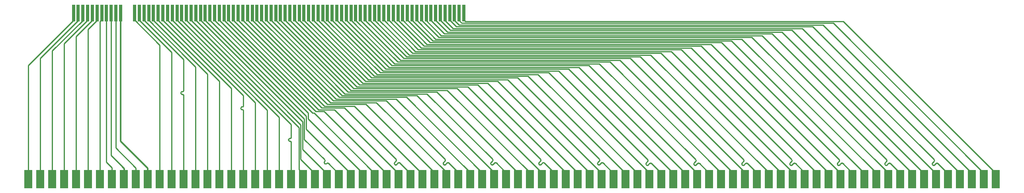
<source format=gtl>
%TF.GenerationSoftware,KiCad,Pcbnew,5.1.6*%
%TF.CreationDate,2020-09-14T21:31:35+02:00*%
%TF.ProjectId,PCIe-pin-header-adapter,50434965-2d70-4696-9e2d-686561646572,rev?*%
%TF.SameCoordinates,Original*%
%TF.FileFunction,Copper,L1,Top*%
%TF.FilePolarity,Positive*%
%FSLAX46Y46*%
G04 Gerber Fmt 4.6, Leading zero omitted, Abs format (unit mm)*
G04 Created by KiCad (PCBNEW 5.1.6) date 2020-09-14 21:31:35*
%MOMM*%
%LPD*%
G01*
G04 APERTURE LIST*
%TA.AperFunction,SMDPad,CuDef*%
%ADD10R,0.700000X3.600000*%
%TD*%
%TA.AperFunction,SMDPad,CuDef*%
%ADD11R,1.700000X4.000000*%
%TD*%
%TA.AperFunction,Conductor*%
%ADD12C,0.250000*%
%TD*%
G04 APERTURE END LIST*
D10*
%TO.P,J4,A82*%
%TO.N,Net-(J3-Pad1)*%
X107840000Y-83900000D03*
%TO.P,J4,A81*%
%TO.N,Net-(J3-Pad2)*%
X106840000Y-83900000D03*
%TO.P,J4,A80*%
%TO.N,Net-(J2-Pad1)*%
X105840000Y-83900000D03*
%TO.P,J4,A79*%
%TO.N,Net-(J2-Pad2)*%
X104840000Y-83900000D03*
%TO.P,J4,A78*%
%TO.N,Net-(J2-Pad3)*%
X103840000Y-83900000D03*
%TO.P,J4,A77*%
%TO.N,Net-(J2-Pad4)*%
X102840000Y-83900000D03*
%TO.P,J4,A76*%
%TO.N,Net-(J2-Pad5)*%
X101840000Y-83900000D03*
%TO.P,J4,A75*%
%TO.N,Net-(J2-Pad6)*%
X100840000Y-83900000D03*
%TO.P,J4,A74*%
%TO.N,Net-(J2-Pad7)*%
X99840000Y-83900000D03*
%TO.P,J4,A73*%
%TO.N,Net-(J2-Pad8)*%
X98840000Y-83900000D03*
%TO.P,J4,A72*%
%TO.N,Net-(J2-Pad9)*%
X97840000Y-83900000D03*
%TO.P,J4,A71*%
%TO.N,Net-(J2-Pad10)*%
X96840000Y-83900000D03*
%TO.P,J4,A70*%
%TO.N,Net-(J2-Pad11)*%
X95840000Y-83900000D03*
%TO.P,J4,A69*%
%TO.N,Net-(J2-Pad12)*%
X94840000Y-83900000D03*
%TO.P,J4,A68*%
%TO.N,Net-(J2-Pad13)*%
X93840000Y-83900000D03*
%TO.P,J4,A67*%
%TO.N,Net-(J2-Pad14)*%
X92840000Y-83900000D03*
%TO.P,J4,A66*%
%TO.N,Net-(J2-Pad15)*%
X91840000Y-83900000D03*
%TO.P,J4,A65*%
%TO.N,Net-(J2-Pad16)*%
X90840000Y-83900000D03*
%TO.P,J4,A64*%
%TO.N,Net-(J2-Pad17)*%
X89840000Y-83900000D03*
%TO.P,J4,A63*%
%TO.N,Net-(J2-Pad18)*%
X88840000Y-83900000D03*
%TO.P,J4,A62*%
%TO.N,Net-(J2-Pad19)*%
X87840000Y-83900000D03*
%TO.P,J4,A61*%
%TO.N,Net-(J2-Pad20)*%
X86840000Y-83900000D03*
%TO.P,J4,A60*%
%TO.N,Net-(J2-Pad21)*%
X85840000Y-83900000D03*
%TO.P,J4,A59*%
%TO.N,Net-(J2-Pad22)*%
X84840000Y-83900000D03*
%TO.P,J4,A58*%
%TO.N,Net-(J2-Pad23)*%
X83840000Y-83900000D03*
%TO.P,J4,A57*%
%TO.N,Net-(J2-Pad24)*%
X82840000Y-83900000D03*
%TO.P,J4,A56*%
%TO.N,Net-(J2-Pad25)*%
X81840000Y-83900000D03*
%TO.P,J4,A55*%
%TO.N,Net-(J2-Pad26)*%
X80840000Y-83900000D03*
%TO.P,J4,A54*%
%TO.N,Net-(J2-Pad27)*%
X79840000Y-83900000D03*
%TO.P,J4,A53*%
%TO.N,Net-(J2-Pad28)*%
X78840000Y-83900000D03*
%TO.P,J4,A52*%
%TO.N,Net-(J2-Pad29)*%
X77840000Y-83900000D03*
%TO.P,J4,A51*%
%TO.N,Net-(J2-Pad30)*%
X76840000Y-83900000D03*
%TO.P,J4,A50*%
%TO.N,Net-(J2-Pad31)*%
X75840000Y-83900000D03*
%TO.P,J4,A49*%
%TO.N,Net-(J2-Pad32)*%
X74840000Y-83900000D03*
%TO.P,J4,A48*%
%TO.N,Net-(J2-Pad33)*%
X73840000Y-83900000D03*
%TO.P,J4,A47*%
%TO.N,Net-(J2-Pad34)*%
X72840000Y-83900000D03*
%TO.P,J4,A46*%
%TO.N,Net-(J2-Pad35)*%
X71840000Y-83900000D03*
%TO.P,J4,A45*%
%TO.N,Net-(J2-Pad36)*%
X70840000Y-83900000D03*
%TO.P,J4,A44*%
%TO.N,Net-(J2-Pad37)*%
X69840000Y-83900000D03*
%TO.P,J4,A43*%
%TO.N,Net-(J2-Pad38)*%
X68840000Y-83900000D03*
%TO.P,J4,A42*%
%TO.N,Net-(J2-Pad39)*%
X67840000Y-83900000D03*
%TO.P,J4,A41*%
%TO.N,Net-(J2-Pad40)*%
X66840000Y-83900000D03*
%TO.P,J4,A40*%
%TO.N,Net-(J1-Pad1)*%
X65840000Y-83900000D03*
%TO.P,J4,A39*%
%TO.N,Net-(J1-Pad2)*%
X64840000Y-83900000D03*
%TO.P,J4,A38*%
%TO.N,Net-(J1-Pad3)*%
X63840000Y-83900000D03*
%TO.P,J4,A37*%
%TO.N,Net-(J1-Pad4)*%
X62840000Y-83900000D03*
%TO.P,J4,A36*%
%TO.N,Net-(J1-Pad5)*%
X61840000Y-83900000D03*
%TO.P,J4,A35*%
%TO.N,Net-(J1-Pad6)*%
X60840000Y-83900000D03*
%TO.P,J4,A34*%
%TO.N,Net-(J1-Pad7)*%
X59840000Y-83900000D03*
%TO.P,J4,A33*%
%TO.N,Net-(J1-Pad8)*%
X58840000Y-83900000D03*
%TO.P,J4,A32*%
%TO.N,Net-(J1-Pad9)*%
X57840000Y-83900000D03*
%TO.P,J4,A31*%
%TO.N,Net-(J1-Pad10)*%
X56840000Y-83900000D03*
%TO.P,J4,A30*%
%TO.N,Net-(J1-Pad11)*%
X55840000Y-83900000D03*
%TO.P,J4,A29*%
%TO.N,Net-(J1-Pad12)*%
X54840000Y-83900000D03*
%TO.P,J4,A28*%
%TO.N,Net-(J1-Pad13)*%
X53840000Y-83900000D03*
%TO.P,J4,A27*%
%TO.N,Net-(J1-Pad14)*%
X52840000Y-83900000D03*
%TO.P,J4,A26*%
%TO.N,Net-(J1-Pad15)*%
X51840000Y-83900000D03*
%TO.P,J4,A25*%
%TO.N,Net-(J1-Pad16)*%
X50840000Y-83900000D03*
%TO.P,J4,A24*%
%TO.N,Net-(J1-Pad17)*%
X49840000Y-83900000D03*
%TO.P,J4,A23*%
%TO.N,Net-(J1-Pad18)*%
X48840000Y-83900000D03*
%TO.P,J4,A22*%
%TO.N,Net-(J1-Pad19)*%
X47840000Y-83900000D03*
%TO.P,J4,A21*%
%TO.N,Net-(J1-Pad20)*%
X46840000Y-83900000D03*
%TO.P,J4,A20*%
%TO.N,Net-(J1-Pad21)*%
X45840000Y-83900000D03*
%TO.P,J4,A19*%
%TO.N,Net-(J1-Pad22)*%
X44840000Y-83900000D03*
%TO.P,J4,A18*%
%TO.N,Net-(J1-Pad23)*%
X43840000Y-83900000D03*
%TO.P,J4,A17*%
%TO.N,Net-(J1-Pad24)*%
X42840000Y-83900000D03*
%TO.P,J4,A16*%
%TO.N,Net-(J1-Pad25)*%
X41840000Y-83900000D03*
%TO.P,J4,A15*%
%TO.N,Net-(J1-Pad26)*%
X40840000Y-83900000D03*
%TO.P,J4,A14*%
%TO.N,Net-(J1-Pad27)*%
X39840000Y-83900000D03*
%TO.P,J4,A13*%
%TO.N,Net-(J1-Pad28)*%
X38840000Y-83900000D03*
%TO.P,J4,A12*%
%TO.N,Net-(J1-Pad29)*%
X37840000Y-83900000D03*
%TO.P,J4,A11*%
%TO.N,Net-(J1-Pad30)*%
X34840000Y-83900000D03*
%TO.P,J4,A10*%
%TO.N,Net-(J1-Pad31)*%
X33840000Y-83900000D03*
%TO.P,J4,A9*%
%TO.N,Net-(J1-Pad32)*%
X32840000Y-83900000D03*
%TO.P,J4,A8*%
%TO.N,Net-(J1-Pad33)*%
X31840000Y-83900000D03*
%TO.P,J4,A7*%
%TO.N,Net-(J1-Pad34)*%
X30840000Y-83900000D03*
%TO.P,J4,A6*%
%TO.N,Net-(J1-Pad35)*%
X29840000Y-83900000D03*
%TO.P,J4,A5*%
%TO.N,Net-(J1-Pad36)*%
X28840000Y-83900000D03*
%TO.P,J4,A4*%
%TO.N,Net-(J1-Pad37)*%
X27840000Y-83900000D03*
%TO.P,J4,A3*%
%TO.N,Net-(J1-Pad38)*%
X26840000Y-83900000D03*
%TO.P,J4,A2*%
%TO.N,Net-(J1-Pad39)*%
X25840000Y-83900000D03*
%TO.P,J4,A1*%
%TO.N,Net-(J1-Pad40)*%
X24840000Y-83900000D03*
%TD*%
D11*
%TO.P,J3,2*%
%TO.N,Net-(J3-Pad2)*%
X218440000Y-119380000D03*
%TO.P,J3,1*%
%TO.N,Net-(J3-Pad1)*%
X220980000Y-119380000D03*
%TD*%
%TO.P,J2,40*%
%TO.N,Net-(J2-Pad40)*%
X116840000Y-119380000D03*
%TO.P,J2,39*%
%TO.N,Net-(J2-Pad39)*%
X119380000Y-119380000D03*
%TO.P,J2,38*%
%TO.N,Net-(J2-Pad38)*%
X121920000Y-119380000D03*
%TO.P,J2,37*%
%TO.N,Net-(J2-Pad37)*%
X124460000Y-119380000D03*
%TO.P,J2,36*%
%TO.N,Net-(J2-Pad36)*%
X127000000Y-119380000D03*
%TO.P,J2,35*%
%TO.N,Net-(J2-Pad35)*%
X129540000Y-119380000D03*
%TO.P,J2,34*%
%TO.N,Net-(J2-Pad34)*%
X132080000Y-119380000D03*
%TO.P,J2,33*%
%TO.N,Net-(J2-Pad33)*%
X134620000Y-119380000D03*
%TO.P,J2,32*%
%TO.N,Net-(J2-Pad32)*%
X137160000Y-119380000D03*
%TO.P,J2,31*%
%TO.N,Net-(J2-Pad31)*%
X139700000Y-119380000D03*
%TO.P,J2,30*%
%TO.N,Net-(J2-Pad30)*%
X142240000Y-119380000D03*
%TO.P,J2,29*%
%TO.N,Net-(J2-Pad29)*%
X144780000Y-119380000D03*
%TO.P,J2,28*%
%TO.N,Net-(J2-Pad28)*%
X147320000Y-119380000D03*
%TO.P,J2,27*%
%TO.N,Net-(J2-Pad27)*%
X149860000Y-119380000D03*
%TO.P,J2,26*%
%TO.N,Net-(J2-Pad26)*%
X152400000Y-119380000D03*
%TO.P,J2,25*%
%TO.N,Net-(J2-Pad25)*%
X154940000Y-119380000D03*
%TO.P,J2,24*%
%TO.N,Net-(J2-Pad24)*%
X157480000Y-119380000D03*
%TO.P,J2,23*%
%TO.N,Net-(J2-Pad23)*%
X160020000Y-119380000D03*
%TO.P,J2,22*%
%TO.N,Net-(J2-Pad22)*%
X162560000Y-119380000D03*
%TO.P,J2,21*%
%TO.N,Net-(J2-Pad21)*%
X165100000Y-119380000D03*
%TO.P,J2,20*%
%TO.N,Net-(J2-Pad20)*%
X167640000Y-119380000D03*
%TO.P,J2,19*%
%TO.N,Net-(J2-Pad19)*%
X170180000Y-119380000D03*
%TO.P,J2,18*%
%TO.N,Net-(J2-Pad18)*%
X172720000Y-119380000D03*
%TO.P,J2,17*%
%TO.N,Net-(J2-Pad17)*%
X175260000Y-119380000D03*
%TO.P,J2,16*%
%TO.N,Net-(J2-Pad16)*%
X177800000Y-119380000D03*
%TO.P,J2,15*%
%TO.N,Net-(J2-Pad15)*%
X180340000Y-119380000D03*
%TO.P,J2,14*%
%TO.N,Net-(J2-Pad14)*%
X182880000Y-119380000D03*
%TO.P,J2,13*%
%TO.N,Net-(J2-Pad13)*%
X185420000Y-119380000D03*
%TO.P,J2,12*%
%TO.N,Net-(J2-Pad12)*%
X187960000Y-119380000D03*
%TO.P,J2,11*%
%TO.N,Net-(J2-Pad11)*%
X190500000Y-119380000D03*
%TO.P,J2,10*%
%TO.N,Net-(J2-Pad10)*%
X193040000Y-119380000D03*
%TO.P,J2,9*%
%TO.N,Net-(J2-Pad9)*%
X195580000Y-119380000D03*
%TO.P,J2,8*%
%TO.N,Net-(J2-Pad8)*%
X198120000Y-119380000D03*
%TO.P,J2,7*%
%TO.N,Net-(J2-Pad7)*%
X200660000Y-119380000D03*
%TO.P,J2,6*%
%TO.N,Net-(J2-Pad6)*%
X203200000Y-119380000D03*
%TO.P,J2,5*%
%TO.N,Net-(J2-Pad5)*%
X205740000Y-119380000D03*
%TO.P,J2,4*%
%TO.N,Net-(J2-Pad4)*%
X208280000Y-119380000D03*
%TO.P,J2,3*%
%TO.N,Net-(J2-Pad3)*%
X210820000Y-119380000D03*
%TO.P,J2,2*%
%TO.N,Net-(J2-Pad2)*%
X213360000Y-119380000D03*
%TO.P,J2,1*%
%TO.N,Net-(J2-Pad1)*%
X215900000Y-119380000D03*
%TD*%
%TO.P,J1,40*%
%TO.N,Net-(J1-Pad40)*%
X15240000Y-119380000D03*
%TO.P,J1,39*%
%TO.N,Net-(J1-Pad39)*%
X17780000Y-119380000D03*
%TO.P,J1,38*%
%TO.N,Net-(J1-Pad38)*%
X20320000Y-119380000D03*
%TO.P,J1,37*%
%TO.N,Net-(J1-Pad37)*%
X22860000Y-119380000D03*
%TO.P,J1,36*%
%TO.N,Net-(J1-Pad36)*%
X25400000Y-119380000D03*
%TO.P,J1,35*%
%TO.N,Net-(J1-Pad35)*%
X27940000Y-119380000D03*
%TO.P,J1,34*%
%TO.N,Net-(J1-Pad34)*%
X30480000Y-119380000D03*
%TO.P,J1,33*%
%TO.N,Net-(J1-Pad33)*%
X33020000Y-119380000D03*
%TO.P,J1,32*%
%TO.N,Net-(J1-Pad32)*%
X35560000Y-119380000D03*
%TO.P,J1,31*%
%TO.N,Net-(J1-Pad31)*%
X38100000Y-119380000D03*
%TO.P,J1,30*%
%TO.N,Net-(J1-Pad30)*%
X40640000Y-119380000D03*
%TO.P,J1,29*%
%TO.N,Net-(J1-Pad29)*%
X43180000Y-119380000D03*
%TO.P,J1,28*%
%TO.N,Net-(J1-Pad28)*%
X45720000Y-119380000D03*
%TO.P,J1,27*%
%TO.N,Net-(J1-Pad27)*%
X48260000Y-119380000D03*
%TO.P,J1,26*%
%TO.N,Net-(J1-Pad26)*%
X50800000Y-119380000D03*
%TO.P,J1,25*%
%TO.N,Net-(J1-Pad25)*%
X53340000Y-119380000D03*
%TO.P,J1,24*%
%TO.N,Net-(J1-Pad24)*%
X55880000Y-119380000D03*
%TO.P,J1,23*%
%TO.N,Net-(J1-Pad23)*%
X58420000Y-119380000D03*
%TO.P,J1,22*%
%TO.N,Net-(J1-Pad22)*%
X60960000Y-119380000D03*
%TO.P,J1,21*%
%TO.N,Net-(J1-Pad21)*%
X63500000Y-119380000D03*
%TO.P,J1,20*%
%TO.N,Net-(J1-Pad20)*%
X66040000Y-119380000D03*
%TO.P,J1,19*%
%TO.N,Net-(J1-Pad19)*%
X68580000Y-119380000D03*
%TO.P,J1,18*%
%TO.N,Net-(J1-Pad18)*%
X71120000Y-119380000D03*
%TO.P,J1,17*%
%TO.N,Net-(J1-Pad17)*%
X73660000Y-119380000D03*
%TO.P,J1,16*%
%TO.N,Net-(J1-Pad16)*%
X76200000Y-119380000D03*
%TO.P,J1,15*%
%TO.N,Net-(J1-Pad15)*%
X78740000Y-119380000D03*
%TO.P,J1,14*%
%TO.N,Net-(J1-Pad14)*%
X81280000Y-119380000D03*
%TO.P,J1,13*%
%TO.N,Net-(J1-Pad13)*%
X83820000Y-119380000D03*
%TO.P,J1,12*%
%TO.N,Net-(J1-Pad12)*%
X86360000Y-119380000D03*
%TO.P,J1,11*%
%TO.N,Net-(J1-Pad11)*%
X88900000Y-119380000D03*
%TO.P,J1,10*%
%TO.N,Net-(J1-Pad10)*%
X91440000Y-119380000D03*
%TO.P,J1,9*%
%TO.N,Net-(J1-Pad9)*%
X93980000Y-119380000D03*
%TO.P,J1,8*%
%TO.N,Net-(J1-Pad8)*%
X96520000Y-119380000D03*
%TO.P,J1,7*%
%TO.N,Net-(J1-Pad7)*%
X99060000Y-119380000D03*
%TO.P,J1,6*%
%TO.N,Net-(J1-Pad6)*%
X101600000Y-119380000D03*
%TO.P,J1,5*%
%TO.N,Net-(J1-Pad5)*%
X104140000Y-119380000D03*
%TO.P,J1,4*%
%TO.N,Net-(J1-Pad4)*%
X106680000Y-119380000D03*
%TO.P,J1,3*%
%TO.N,Net-(J1-Pad3)*%
X109220000Y-119380000D03*
%TO.P,J1,2*%
%TO.N,Net-(J1-Pad2)*%
X111760000Y-119380000D03*
%TO.P,J1,1*%
%TO.N,Net-(J1-Pad1)*%
X114300000Y-119380000D03*
%TD*%
D12*
%TO.N,Net-(J1-Pad40)*%
X15240000Y-119380000D02*
X15240000Y-95060000D01*
X15240000Y-95060000D02*
X24800000Y-85500000D01*
X24800000Y-85500000D02*
X24800000Y-83900000D01*
%TO.N,Net-(J1-Pad39)*%
X17780000Y-93563602D02*
X25800000Y-85543602D01*
X17780000Y-119380000D02*
X17780000Y-93563602D01*
X25800000Y-85543602D02*
X25800000Y-84000000D01*
%TO.N,Net-(J1-Pad38)*%
X20320000Y-119380000D02*
X20320000Y-91980000D01*
X20320000Y-91980000D02*
X26800000Y-85500000D01*
X26800000Y-85500000D02*
X26800000Y-84000000D01*
%TO.N,Net-(J1-Pad37)*%
X22860000Y-119380000D02*
X22860000Y-90440000D01*
X22860000Y-90440000D02*
X27900000Y-85400000D01*
X27900000Y-85400000D02*
X27900000Y-83900000D01*
%TO.N,Net-(J1-Pad36)*%
X25400000Y-119380000D02*
X25400000Y-88900000D01*
X25400000Y-88900000D02*
X28800000Y-85500000D01*
X28800000Y-85500000D02*
X28800000Y-84000000D01*
%TO.N,Net-(J1-Pad35)*%
X27940000Y-119380000D02*
X27940000Y-87360000D01*
X27940000Y-87360000D02*
X29800000Y-85500000D01*
X29800000Y-85500000D02*
X29800000Y-84000000D01*
%TO.N,Net-(J1-Pad34)*%
X30480000Y-119380000D02*
X30480000Y-85720000D01*
X30480000Y-85720000D02*
X30800000Y-85400000D01*
X30800000Y-85400000D02*
X30800000Y-84100000D01*
%TO.N,Net-(J1-Pad33)*%
X31760000Y-85400000D02*
X31760000Y-84000000D01*
X31800000Y-83900000D02*
X31800000Y-115800000D01*
X31800000Y-115800000D02*
X32980000Y-116980000D01*
X32980000Y-119380000D02*
X32980000Y-116980000D01*
X31800000Y-85400000D02*
X31800000Y-84000000D01*
X31840000Y-83900000D02*
X31840000Y-115800000D01*
X31840000Y-115800000D02*
X33020000Y-116980000D01*
X33020000Y-119380000D02*
X33020000Y-116980000D01*
%TO.N,Net-(J1-Pad32)*%
X35560000Y-117100000D02*
X35560000Y-119400000D01*
X32800000Y-83900000D02*
X32800000Y-114340000D01*
X32800000Y-114340000D02*
X35560000Y-117100000D01*
X32840000Y-83900000D02*
X32840000Y-114340000D01*
X32840000Y-114340000D02*
X35600000Y-117100000D01*
X35600000Y-117100000D02*
X35600000Y-119400000D01*
%TO.N,Net-(J1-Pad31)*%
X33800000Y-83900000D02*
X33800000Y-112740000D01*
X33800000Y-112740000D02*
X38060000Y-117000000D01*
X38060000Y-117000000D02*
X38060000Y-119400000D01*
X33840000Y-83900000D02*
X33840000Y-112740000D01*
X33840000Y-112740000D02*
X38100000Y-117000000D01*
X38100000Y-117000000D02*
X38100000Y-119400000D01*
%TO.N,Net-(J1-Pad30)*%
X34800000Y-111240000D02*
X40560000Y-117000000D01*
X40560000Y-117000000D02*
X40560000Y-119400000D01*
X34800000Y-83900000D02*
X34800000Y-111240000D01*
X34840000Y-83900000D02*
X34840000Y-111240000D01*
X34840000Y-111240000D02*
X40600000Y-117000000D01*
X40600000Y-117000000D02*
X40600000Y-119400000D01*
%TO.N,Net-(J1-Pad29)*%
X37800000Y-83900000D02*
X37800000Y-85440000D01*
X37760000Y-85400000D02*
X37760000Y-83900000D01*
X37840000Y-83900000D02*
X37840000Y-85440000D01*
X43180000Y-119380000D02*
X43180000Y-90780000D01*
X43180000Y-90780000D02*
X37800000Y-85400000D01*
X37800000Y-85400000D02*
X37800000Y-83900000D01*
%TO.N,Net-(J1-Pad28)*%
X38800000Y-83900000D02*
X38800000Y-85440000D01*
X38840000Y-83900000D02*
X38840000Y-85440000D01*
X45720000Y-92320000D02*
X44750000Y-91350000D01*
X45720000Y-119380000D02*
X45720000Y-92320000D01*
X38840000Y-85440000D02*
X44750000Y-91350000D01*
%TO.N,Net-(J1-Pad27)*%
X39800000Y-83900000D02*
X39800000Y-85440000D01*
X48230290Y-101429834D02*
X48252478Y-101493243D01*
X48194549Y-101372953D02*
X48230290Y-101429834D01*
X48147046Y-101325450D02*
X48194549Y-101372953D01*
X48090165Y-100630290D02*
X48026756Y-100652478D01*
X47933831Y-101260000D02*
X47960000Y-101260000D01*
X47960000Y-100660000D02*
X47933831Y-100660000D01*
X48026756Y-100652478D02*
X47960000Y-100660000D01*
X48147046Y-100594549D02*
X48090165Y-100630290D01*
X47867074Y-100667521D02*
X47803665Y-100689709D01*
X47933831Y-100660000D02*
X47867074Y-100667521D01*
X47746784Y-100725450D02*
X47699281Y-100772953D01*
X47663540Y-100829834D02*
X47641352Y-100893243D01*
X47663540Y-101090165D02*
X47699281Y-101147046D01*
X48260000Y-103423676D02*
X48260000Y-119380000D01*
X47746784Y-101194549D02*
X47803665Y-101230290D01*
X47960000Y-101260000D02*
X48026756Y-101267521D01*
X48252478Y-100426756D02*
X48230290Y-100490165D01*
X48230290Y-100490165D02*
X48194549Y-100547046D01*
X39840000Y-83900000D02*
X39840000Y-85440000D01*
X48260000Y-101560000D02*
X48260000Y-103423676D01*
X48026756Y-101267521D02*
X48090165Y-101289709D01*
X48194549Y-100547046D02*
X48147046Y-100594549D01*
X48090165Y-101289709D02*
X48147046Y-101325450D01*
X48260000Y-100360000D02*
X48252478Y-100426756D01*
X48260000Y-93860000D02*
X48260000Y-100360000D01*
X47699281Y-100772953D02*
X47663540Y-100829834D01*
X39840000Y-85440000D02*
X48260000Y-93860000D01*
X48252478Y-101493243D02*
X48260000Y-101560000D01*
X47641352Y-100893243D02*
X47633831Y-100960000D01*
X47803665Y-100689709D02*
X47746784Y-100725450D01*
X47633831Y-100960000D02*
X47641352Y-101026756D01*
X47641352Y-101026756D02*
X47663540Y-101090165D01*
X47699281Y-101147046D02*
X47746784Y-101194549D01*
X47803665Y-101230290D02*
X47867074Y-101252478D01*
X47867074Y-101252478D02*
X47933831Y-101260000D01*
%TO.N,Net-(J1-Pad26)*%
X40800000Y-83900000D02*
X40800000Y-85440000D01*
X40840000Y-83900000D02*
X40840000Y-85440000D01*
X50800000Y-95400000D02*
X48950000Y-93550000D01*
X48950000Y-93550000D02*
X49017209Y-93617209D01*
X50800000Y-119380000D02*
X50800000Y-95400000D01*
X40840000Y-85440000D02*
X48950000Y-93550000D01*
%TO.N,Net-(J1-Pad25)*%
X41800000Y-85440000D02*
X41800000Y-83900000D01*
X41840000Y-85440000D02*
X41840000Y-83900000D01*
X53340000Y-96940000D02*
X41840000Y-85440000D01*
X53340000Y-119380000D02*
X53340000Y-96940000D01*
%TO.N,Net-(J1-Pad24)*%
X42840000Y-85440000D02*
X42840000Y-83900000D01*
X55880000Y-98480000D02*
X42840000Y-85440000D01*
X55880000Y-119380000D02*
X55880000Y-98480000D01*
%TO.N,Net-(J1-Pad23)*%
X58420000Y-100020000D02*
X43840000Y-85440000D01*
X43840000Y-85440000D02*
X43840000Y-83900000D01*
X58420000Y-119380000D02*
X58420000Y-100020000D01*
%TO.N,Net-(J1-Pad22)*%
X60960000Y-104818446D02*
X60960000Y-107490630D01*
X60960000Y-107490630D02*
X60960000Y-119380000D01*
X60735135Y-103921971D02*
X60606417Y-103936474D01*
X60851104Y-103866123D02*
X60796266Y-103900580D01*
X60796266Y-103900580D02*
X60735135Y-103921971D01*
X60931357Y-103765489D02*
X60896900Y-103820327D01*
X44840000Y-83900000D02*
X44840000Y-85440000D01*
X60410195Y-104092956D02*
X60388804Y-104154087D01*
X60931357Y-104692956D02*
X60952748Y-104754087D01*
X60606417Y-103936474D02*
X60545286Y-103957865D01*
X60960000Y-103640000D02*
X60952748Y-103704358D01*
X60960000Y-101560000D02*
X60960000Y-103640000D01*
X44840000Y-85440000D02*
X60960000Y-101560000D01*
X60410195Y-104365489D02*
X60444652Y-104420327D01*
X60490448Y-103992322D02*
X60444652Y-104038118D01*
X60444652Y-104038118D02*
X60410195Y-104092956D01*
X60388804Y-104154087D02*
X60381553Y-104218446D01*
X60444652Y-104420327D02*
X60490448Y-104466123D01*
X60381553Y-104218446D02*
X60381553Y-104240000D01*
X60388804Y-104304358D02*
X60410195Y-104365489D01*
X60490448Y-104466123D02*
X60545286Y-104500580D01*
X60545286Y-103957865D02*
X60490448Y-103992322D01*
X60545286Y-104500580D02*
X60606417Y-104521971D01*
X60606417Y-104521971D02*
X60735135Y-104536474D01*
X60735135Y-104536474D02*
X60796266Y-104557865D01*
X60796266Y-104557865D02*
X60851104Y-104592322D01*
X60952748Y-104754087D02*
X60960000Y-104818446D01*
X60851104Y-104592322D02*
X60896900Y-104638118D01*
X60952748Y-103704358D02*
X60931357Y-103765489D01*
X60896900Y-103820327D02*
X60851104Y-103866123D01*
X60381553Y-104240000D02*
X60388804Y-104304358D01*
X60896900Y-104638118D02*
X60931357Y-104692956D01*
%TO.N,Net-(J1-Pad21)*%
X45840000Y-85440000D02*
X45840000Y-83900000D01*
X63500000Y-103100000D02*
X45840000Y-85440000D01*
X63500000Y-119380000D02*
X63500000Y-103100000D01*
%TO.N,Net-(J1-Pad20)*%
X46840000Y-85440000D02*
X46840000Y-83900000D01*
X66040000Y-104640000D02*
X46840000Y-85440000D01*
X66040000Y-119380000D02*
X66040000Y-104640000D01*
%TO.N,Net-(J1-Pad19)*%
X47840000Y-85440000D02*
X47840000Y-83900000D01*
X68580000Y-106180000D02*
X47840000Y-85440000D01*
X68580000Y-119380000D02*
X68580000Y-106180000D01*
%TO.N,Net-(J1-Pad18)*%
X71120000Y-114720798D02*
X71120000Y-119380000D01*
X71112745Y-111494285D02*
X71120000Y-111558668D01*
X70650268Y-110732457D02*
X70604454Y-110778271D01*
X70705127Y-110697987D02*
X70650268Y-110732457D01*
X70766282Y-110676588D02*
X70705127Y-110697987D01*
X71056876Y-110560396D02*
X71011062Y-110606210D01*
X48840000Y-85440000D02*
X71120000Y-107720000D01*
X70548585Y-110894285D02*
X70541331Y-110958668D01*
X70541331Y-110958668D02*
X70541331Y-110980000D01*
X70895048Y-110662079D02*
X70766282Y-110676588D01*
X71091346Y-110505537D02*
X71056876Y-110560396D01*
X70956203Y-110640680D02*
X70895048Y-110662079D01*
X70541331Y-110980000D02*
X70548585Y-111044382D01*
X71120000Y-107720000D02*
X71120000Y-110380000D01*
X71011062Y-111332457D02*
X71056876Y-111378271D01*
X71120000Y-111558668D02*
X71120000Y-114720798D01*
X70548585Y-111044382D02*
X70569984Y-111105537D01*
X71011062Y-110606210D02*
X70956203Y-110640680D01*
X70895048Y-111276588D02*
X70956203Y-111297987D01*
X48840000Y-83900000D02*
X48840000Y-85440000D01*
X71056876Y-111378271D02*
X71091346Y-111433130D01*
X70569984Y-110833130D02*
X70548585Y-110894285D01*
X70569984Y-111105537D02*
X70604454Y-111160396D01*
X70604454Y-111160396D02*
X70650268Y-111206210D01*
X71112745Y-110444382D02*
X71091346Y-110505537D01*
X70604454Y-110778271D02*
X70569984Y-110833130D01*
X71091346Y-111433130D02*
X71112745Y-111494285D01*
X70650268Y-111206210D02*
X70705127Y-111240680D01*
X71120000Y-110380000D02*
X71112745Y-110444382D01*
X70705127Y-111240680D02*
X70766282Y-111262079D01*
X70766282Y-111262079D02*
X70895048Y-111276588D01*
X70956203Y-111297987D02*
X71011062Y-111332457D01*
%TO.N,Net-(J1-Pad17)*%
X73660000Y-119380000D02*
X73660000Y-118260000D01*
X73660000Y-118260000D02*
X72791960Y-117391960D01*
X49840000Y-85440000D02*
X49840000Y-83900000D01*
X72791960Y-108391960D02*
X49840000Y-85440000D01*
X72791960Y-112491960D02*
X72791960Y-108391960D01*
X72791960Y-117391960D02*
X72791960Y-112491960D01*
%TO.N,Net-(J1-Pad16)*%
X50840000Y-85440000D02*
X50840000Y-83900000D01*
X73168970Y-107768970D02*
X50840000Y-85440000D01*
X73168970Y-115168970D02*
X73168970Y-107768970D01*
X76200000Y-118200000D02*
X73168970Y-115168970D01*
X76200000Y-119380000D02*
X76200000Y-118200000D01*
%TO.N,Net-(J1-Pad15)*%
X51840000Y-85440000D02*
X51840000Y-83900000D01*
X73545980Y-107145980D02*
X51840000Y-85440000D01*
X73545980Y-113045980D02*
X73545980Y-107145980D01*
X78740000Y-118240000D02*
X73545980Y-113045980D01*
X78740000Y-119380000D02*
X78740000Y-118240000D01*
%TO.N,Net-(J1-Pad14)*%
X81280000Y-118280000D02*
X81280000Y-119380000D01*
X79033246Y-116033245D02*
X79048528Y-116048528D01*
X81280000Y-118279999D02*
X79033246Y-116033245D01*
X81280000Y-119380000D02*
X81280000Y-118279999D01*
X78982615Y-115992868D02*
X79033246Y-116033245D01*
X78282884Y-115436870D02*
X78268474Y-115500005D01*
X78200000Y-115200000D02*
X78240376Y-115250630D01*
X78131525Y-115717958D02*
X78117115Y-115781093D01*
X78200000Y-116017964D02*
X78215281Y-116033245D01*
X78282884Y-115372111D02*
X78282884Y-115436870D01*
X78268474Y-115308976D02*
X78282884Y-115372111D01*
X73922990Y-106522990D02*
X73922990Y-110922990D01*
X73922990Y-110922990D02*
X78200000Y-115200000D01*
X78215281Y-116033245D02*
X78265912Y-116073622D01*
X78240376Y-115250630D02*
X78268474Y-115308976D01*
X78240376Y-115558351D02*
X78159623Y-115659612D01*
X78733240Y-115964770D02*
X78796375Y-115950360D01*
X78268474Y-115500005D02*
X78240376Y-115558351D01*
X52840000Y-85440000D02*
X73922990Y-106522990D01*
X78117115Y-115781093D02*
X78117115Y-115845852D01*
X78117115Y-115845852D02*
X78131525Y-115908987D01*
X78159623Y-115967333D02*
X78200000Y-116017964D01*
X78924269Y-115964770D02*
X78982615Y-115992868D01*
X78324258Y-116101720D02*
X78387393Y-116116130D01*
X78387393Y-116116130D02*
X78452152Y-116116130D01*
X78452152Y-116116130D02*
X78515287Y-116101720D01*
X78515287Y-116101720D02*
X78573633Y-116073622D01*
X78159623Y-115659612D02*
X78131525Y-115717958D01*
X78265912Y-116073622D02*
X78324258Y-116101720D01*
X78573633Y-116073622D02*
X78674894Y-115992868D01*
X78674894Y-115992868D02*
X78733240Y-115964770D01*
X78131525Y-115908987D02*
X78159623Y-115967333D01*
X52840000Y-83900000D02*
X52840000Y-85440000D01*
X78796375Y-115950360D02*
X78861134Y-115950360D01*
X78861134Y-115950360D02*
X78924269Y-115964770D01*
%TO.N,Net-(J1-Pad13)*%
X53840000Y-85440000D02*
X53840000Y-83900000D01*
X74300000Y-105900000D02*
X53840000Y-85440000D01*
X74300000Y-108700000D02*
X74300000Y-105900000D01*
X83820000Y-118220000D02*
X74300000Y-108700000D01*
X83820000Y-119380000D02*
X83820000Y-118220000D01*
%TO.N,Net-(J1-Pad12)*%
X54840000Y-85440000D02*
X63017209Y-93617209D01*
X54840000Y-83900000D02*
X54840000Y-85440000D01*
X86360000Y-119380000D02*
X86360000Y-118160000D01*
X63017209Y-93617209D02*
X74700000Y-105300000D01*
X74700000Y-105300000D02*
X74700000Y-106500000D01*
X86360000Y-118160000D02*
X74700000Y-106500000D01*
%TO.N,Net-(J1-Pad11)*%
X55840000Y-85440000D02*
X55840000Y-83900000D01*
X75700000Y-105300000D02*
X55840000Y-85440000D01*
X76000000Y-105300000D02*
X75700000Y-105300000D01*
X88900000Y-118200000D02*
X76000000Y-105300000D01*
X88900000Y-119380000D02*
X88900000Y-118200000D01*
%TO.N,Net-(J1-Pad10)*%
X56840000Y-85440000D02*
X56840000Y-83900000D01*
X76327509Y-104927509D02*
X56840000Y-85440000D01*
X78127509Y-104927509D02*
X76327509Y-104927509D01*
X91440000Y-118240000D02*
X78127509Y-104927509D01*
X91440000Y-119380000D02*
X91440000Y-118240000D01*
%TO.N,Net-(J1-Pad9)*%
X57840000Y-85440000D02*
X57840000Y-83900000D01*
X76950499Y-104550499D02*
X57840000Y-85440000D01*
X80350499Y-104550499D02*
X76950499Y-104550499D01*
X93980000Y-118180000D02*
X80350499Y-104550499D01*
X93980000Y-119380000D02*
X93980000Y-118180000D01*
%TO.N,Net-(J1-Pad8)*%
X93824263Y-115948527D02*
X93876786Y-115906642D01*
X93295699Y-116317351D02*
X93362878Y-116317351D01*
X93937312Y-115877494D02*
X94002806Y-115862545D01*
X93441885Y-115471741D02*
X93400000Y-115524264D01*
X93400000Y-115524264D02*
X93117157Y-115807106D01*
X94135479Y-115877494D02*
X94196005Y-115906642D01*
X93485981Y-115278542D02*
X93485981Y-115345721D01*
X93471032Y-115411215D02*
X93441885Y-115471741D01*
X93471032Y-115213048D02*
X93485981Y-115278542D01*
X93441885Y-115152522D02*
X93471032Y-115213048D01*
X93117157Y-115807106D02*
X93075272Y-115859629D01*
X93400000Y-115100000D02*
X93441885Y-115152522D01*
X93230205Y-116302402D02*
X93295699Y-116317351D01*
X94002806Y-115862545D02*
X94069985Y-115862545D01*
X94069985Y-115862545D02*
X94135479Y-115877494D01*
X93876786Y-115906642D02*
X93937312Y-115877494D01*
X93428372Y-116302402D02*
X93488898Y-116273255D01*
X93488898Y-116273255D02*
X93541421Y-116231370D01*
X93031175Y-115985649D02*
X93031175Y-116052828D01*
X93046124Y-116118322D02*
X93075272Y-116178848D01*
X93075272Y-116178848D02*
X93117157Y-116231370D01*
X93031175Y-116052828D02*
X93046124Y-116118322D01*
X93169679Y-116273255D02*
X93230205Y-116302402D01*
X93541421Y-116231370D02*
X93824263Y-115948527D01*
X93075272Y-115859629D02*
X93046124Y-115920155D01*
X93046124Y-115920155D02*
X93031175Y-115985649D01*
X94196005Y-115906642D02*
X94248528Y-115948528D01*
X93117157Y-116231370D02*
X93169679Y-116273255D01*
X93485981Y-115345721D02*
X93471032Y-115411215D01*
X93362878Y-116317351D02*
X93428372Y-116302402D01*
X96520000Y-118220000D02*
X96520000Y-119380000D01*
X77573489Y-104173489D02*
X82473489Y-104173489D01*
X58840000Y-85440000D02*
X77573489Y-104173489D01*
X58840000Y-83900000D02*
X58840000Y-85440000D01*
X96520000Y-118220000D02*
X94248528Y-115948528D01*
X82473489Y-104173489D02*
X93400000Y-115100000D01*
%TO.N,Net-(J1-Pad7)*%
X59840000Y-85440000D02*
X59840000Y-83900000D01*
X78196479Y-103796479D02*
X59840000Y-85440000D01*
X84596479Y-103796479D02*
X78196479Y-103796479D01*
X99060000Y-118260000D02*
X84596479Y-103796479D01*
X99060000Y-119380000D02*
X99060000Y-118260000D01*
%TO.N,Net-(J1-Pad6)*%
X60840000Y-85440000D02*
X60840000Y-83900000D01*
X78819469Y-103419469D02*
X60840000Y-85440000D01*
X87019469Y-103419469D02*
X78819469Y-103419469D01*
X101900000Y-118300000D02*
X87019469Y-103419469D01*
%TO.N,Net-(J1-Pad5)*%
X61840000Y-85440000D02*
X61840000Y-83900000D01*
X79442459Y-103042459D02*
X61840000Y-85440000D01*
X89242459Y-103042459D02*
X79442459Y-103042459D01*
X104440000Y-118240000D02*
X89242459Y-103042459D01*
%TO.N,Net-(J1-Pad4)*%
X106680000Y-117980000D02*
X106680000Y-119380000D01*
X104648528Y-115948528D02*
X106680000Y-117980000D01*
X104596005Y-115906642D02*
X104648528Y-115948528D01*
X104535479Y-115877494D02*
X104596005Y-115906642D01*
X104469985Y-115862545D02*
X104535479Y-115877494D01*
X104337312Y-115877494D02*
X104402806Y-115862545D01*
X103871032Y-115213048D02*
X103885981Y-115278542D01*
X103800000Y-115100000D02*
X103841885Y-115152522D01*
X103800000Y-115524264D02*
X103517157Y-115807106D01*
X103871032Y-115411215D02*
X103841885Y-115471741D01*
X103762878Y-116317351D02*
X103828372Y-116302402D01*
X104402806Y-115862545D02*
X104469985Y-115862545D01*
X103841885Y-115152522D02*
X103871032Y-115213048D01*
X80065449Y-102665449D02*
X91365449Y-102665449D01*
X103841885Y-115471741D02*
X103800000Y-115524264D01*
X103885981Y-115345721D02*
X103871032Y-115411215D01*
X62840000Y-83900000D02*
X62840000Y-85440000D01*
X103517157Y-115807106D02*
X103475272Y-115859629D01*
X103446124Y-115920155D02*
X103431175Y-115985649D01*
X103941421Y-116231370D02*
X104224263Y-115948527D01*
X103517157Y-116231370D02*
X103569679Y-116273255D01*
X103630205Y-116302402D02*
X103695699Y-116317351D01*
X103446124Y-116118322D02*
X103475272Y-116178848D01*
X103569679Y-116273255D02*
X103630205Y-116302402D01*
X103475272Y-116178848D02*
X103517157Y-116231370D01*
X62840000Y-85440000D02*
X80065449Y-102665449D01*
X103431175Y-115985649D02*
X103431175Y-116052828D01*
X103695699Y-116317351D02*
X103762878Y-116317351D01*
X103431175Y-116052828D02*
X103446124Y-116118322D01*
X103828372Y-116302402D02*
X103888898Y-116273255D01*
X103888898Y-116273255D02*
X103941421Y-116231370D01*
X103475272Y-115859629D02*
X103446124Y-115920155D01*
X104224263Y-115948527D02*
X104276786Y-115906642D01*
X103885981Y-115278542D02*
X103885981Y-115345721D01*
X91365449Y-102665449D02*
X103800000Y-115100000D01*
X104276786Y-115906642D02*
X104337312Y-115877494D01*
%TO.N,Net-(J1-Pad3)*%
X63840000Y-85440000D02*
X63840000Y-83900000D01*
X93488439Y-102288439D02*
X80688439Y-102288439D01*
X80688439Y-102288439D02*
X63840000Y-85440000D01*
X109520000Y-118320000D02*
X93488439Y-102288439D01*
%TO.N,Net-(J1-Pad2)*%
X64840000Y-85440000D02*
X64840000Y-83900000D01*
X81311429Y-101911429D02*
X64840000Y-85440000D01*
X112060000Y-118360000D02*
X95611429Y-101911429D01*
X95611429Y-101911429D02*
X81311429Y-101911429D01*
%TO.N,Net-(J1-Pad1)*%
X114600000Y-118300000D02*
X97834419Y-101534419D01*
X65840000Y-85440000D02*
X65840000Y-83900000D01*
X81934419Y-101534419D02*
X65840000Y-85440000D01*
X97834419Y-101534419D02*
X81934419Y-101534419D01*
%TO.N,Net-(J2-Pad40)*%
X116840000Y-118040000D02*
X116840000Y-119380000D01*
X114635479Y-115877494D02*
X114696005Y-115906642D01*
X114569985Y-115862545D02*
X114635479Y-115877494D01*
X114502806Y-115862545D02*
X114569985Y-115862545D01*
X114696005Y-115906642D02*
X114748528Y-115948528D01*
X114041421Y-116231370D02*
X114324263Y-115948527D01*
X113795699Y-116317351D02*
X113862878Y-116317351D01*
X113988898Y-116273255D02*
X114041421Y-116231370D01*
X113941885Y-115471741D02*
X113900000Y-115524264D01*
X66840000Y-85440000D02*
X82557409Y-101157409D01*
X113971032Y-115411215D02*
X113941885Y-115471741D01*
X113985981Y-115278542D02*
X113985981Y-115345721D01*
X114748528Y-115948528D02*
X116840000Y-118040000D01*
X113730205Y-116302402D02*
X113795699Y-116317351D01*
X113928372Y-116302402D02*
X113988898Y-116273255D01*
X113971032Y-115213048D02*
X113985981Y-115278542D01*
X113546124Y-115920155D02*
X113531175Y-115985649D01*
X113531175Y-116052828D02*
X113546124Y-116118322D01*
X114376786Y-115906642D02*
X114437312Y-115877494D01*
X113900000Y-115100000D02*
X113941885Y-115152522D01*
X114437312Y-115877494D02*
X114502806Y-115862545D01*
X113985981Y-115345721D02*
X113971032Y-115411215D01*
X82557409Y-101157409D02*
X99957409Y-101157409D01*
X113531175Y-115985649D02*
X113531175Y-116052828D01*
X113900000Y-115524264D02*
X113617157Y-115807106D01*
X113575272Y-116178848D02*
X113617157Y-116231370D01*
X99957409Y-101157409D02*
X113900000Y-115100000D01*
X113617157Y-115807106D02*
X113575272Y-115859629D01*
X113617157Y-116231370D02*
X113669679Y-116273255D01*
X66840000Y-83900000D02*
X66840000Y-85440000D01*
X113575272Y-115859629D02*
X113546124Y-115920155D01*
X113669679Y-116273255D02*
X113730205Y-116302402D01*
X113862878Y-116317351D02*
X113928372Y-116302402D01*
X113941885Y-115152522D02*
X113971032Y-115213048D01*
X113546124Y-116118322D02*
X113575272Y-116178848D01*
X114324263Y-115948527D02*
X114376786Y-115906642D01*
%TO.N,Net-(J2-Pad39)*%
X83180399Y-100780399D02*
X67840000Y-85440000D01*
X102080399Y-100780399D02*
X83180399Y-100780399D01*
X119680000Y-118380000D02*
X102080399Y-100780399D01*
X67840000Y-85440000D02*
X67840000Y-83900000D01*
%TO.N,Net-(J2-Pad38)*%
X68840000Y-85440000D02*
X68840000Y-83900000D01*
X83803389Y-100403389D02*
X68840000Y-85440000D01*
X104303389Y-100403389D02*
X83803389Y-100403389D01*
X122220000Y-118320000D02*
X104303389Y-100403389D01*
%TO.N,Net-(J2-Pad37)*%
X124760000Y-118360000D02*
X106426379Y-100026379D01*
X106426379Y-100026379D02*
X84426379Y-100026379D01*
X69840000Y-85440000D02*
X69840000Y-83900000D01*
X84426379Y-100026379D02*
X69840000Y-85440000D01*
%TO.N,Net-(J2-Pad36)*%
X124835479Y-115877494D02*
X124896005Y-115906642D01*
X124769985Y-115862545D02*
X124835479Y-115877494D01*
X124702806Y-115862545D02*
X124769985Y-115862545D01*
X124637312Y-115877494D02*
X124702806Y-115862545D01*
X123817157Y-115807106D02*
X123775272Y-115859629D01*
X124141885Y-115471741D02*
X124100000Y-115524264D01*
X124171032Y-115411215D02*
X124141885Y-115471741D01*
X124896005Y-115906642D02*
X124948528Y-115948528D01*
X124185981Y-115278542D02*
X124185981Y-115345721D01*
X123869679Y-116273255D02*
X123930205Y-116302402D01*
X124171032Y-115213048D02*
X124185981Y-115278542D01*
X124141885Y-115152522D02*
X124171032Y-115213048D01*
X70840000Y-83900000D02*
X70840000Y-85440000D01*
X123930205Y-116302402D02*
X123995699Y-116317351D01*
X123995699Y-116317351D02*
X124062878Y-116317351D01*
X108649369Y-99649369D02*
X124100000Y-115100000D01*
X123746124Y-115920155D02*
X123731175Y-115985649D01*
X123731175Y-116052828D02*
X123746124Y-116118322D01*
X124100000Y-115100000D02*
X124141885Y-115152522D01*
X123746124Y-116118322D02*
X123775272Y-116178848D01*
X124185981Y-115345721D02*
X124171032Y-115411215D01*
X124100000Y-115524264D02*
X123817157Y-115807106D01*
X123775272Y-115859629D02*
X123746124Y-115920155D01*
X70840000Y-85440000D02*
X85049369Y-99649369D01*
X124241421Y-116231370D02*
X124524263Y-115948527D01*
X85049369Y-99649369D02*
X108649369Y-99649369D01*
X123775272Y-116178848D02*
X123817157Y-116231370D01*
X123817157Y-116231370D02*
X123869679Y-116273255D01*
X123731175Y-115985649D02*
X123731175Y-116052828D01*
X124062878Y-116317351D02*
X124128372Y-116302402D01*
X124128372Y-116302402D02*
X124188898Y-116273255D01*
X124188898Y-116273255D02*
X124241421Y-116231370D01*
X124524263Y-115948527D02*
X124576786Y-115906642D01*
X124576786Y-115906642D02*
X124637312Y-115877494D01*
X127000000Y-118000000D02*
X124948528Y-115948528D01*
X127000000Y-119380000D02*
X127000000Y-118000000D01*
%TO.N,Net-(J2-Pad35)*%
X85672359Y-99272359D02*
X71840000Y-85440000D01*
X71840000Y-85440000D02*
X71840000Y-83900000D01*
X110772359Y-99272359D02*
X85672359Y-99272359D01*
X129840000Y-118340000D02*
X110772359Y-99272359D01*
%TO.N,Net-(J2-Pad34)*%
X86295349Y-98895349D02*
X72840000Y-85440000D01*
X112895349Y-98895349D02*
X86295349Y-98895349D01*
X72840000Y-85440000D02*
X72840000Y-83900000D01*
X132380000Y-118380000D02*
X112895349Y-98895349D01*
%TO.N,Net-(J2-Pad33)*%
X73840000Y-85440000D02*
X73840000Y-83900000D01*
X115018339Y-98518339D02*
X86918339Y-98518339D01*
X134920000Y-118420000D02*
X115018339Y-98518339D01*
X86918339Y-98518339D02*
X73840000Y-85440000D01*
%TO.N,Net-(J2-Pad32)*%
X87541329Y-98141329D02*
X74840000Y-85440000D01*
X117141329Y-98141329D02*
X87541329Y-98141329D01*
X137460000Y-118460000D02*
X117141329Y-98141329D01*
X74840000Y-85440000D02*
X74840000Y-83900000D01*
%TO.N,Net-(J2-Pad31)*%
X137448528Y-115948528D02*
X139700000Y-118200000D01*
X137396005Y-115906642D02*
X137448528Y-115948528D01*
X137335479Y-115877494D02*
X137396005Y-115906642D01*
X137269985Y-115862545D02*
X137335479Y-115877494D01*
X137202806Y-115862545D02*
X137269985Y-115862545D01*
X137137312Y-115877494D02*
X137202806Y-115862545D01*
X136600000Y-115524264D02*
X136317157Y-115807106D01*
X136641885Y-115471741D02*
X136600000Y-115524264D01*
X136231175Y-116052828D02*
X136246124Y-116118322D01*
X136628372Y-116302402D02*
X136688898Y-116273255D01*
X136671032Y-115411215D02*
X136641885Y-115471741D01*
X136231175Y-115985649D02*
X136231175Y-116052828D01*
X136641885Y-115152522D02*
X136671032Y-115213048D01*
X75840000Y-85440000D02*
X88164319Y-97764319D01*
X136600000Y-115100000D02*
X136641885Y-115152522D01*
X75840000Y-83900000D02*
X75840000Y-85440000D01*
X136685981Y-115345721D02*
X136671032Y-115411215D01*
X136688898Y-116273255D02*
X136741421Y-116231370D01*
X119264319Y-97764319D02*
X136600000Y-115100000D01*
X88164319Y-97764319D02*
X119264319Y-97764319D01*
X136317157Y-115807106D02*
X136275272Y-115859629D01*
X136685981Y-115278542D02*
X136685981Y-115345721D01*
X137076786Y-115906642D02*
X137137312Y-115877494D01*
X136275272Y-115859629D02*
X136246124Y-115920155D01*
X136275272Y-116178848D02*
X136317157Y-116231370D01*
X136246124Y-115920155D02*
X136231175Y-115985649D01*
X139700000Y-118200000D02*
X139700000Y-119380000D01*
X136369679Y-116273255D02*
X136430205Y-116302402D01*
X136246124Y-116118322D02*
X136275272Y-116178848D01*
X136317157Y-116231370D02*
X136369679Y-116273255D01*
X136430205Y-116302402D02*
X136495699Y-116317351D01*
X137024263Y-115948527D02*
X137076786Y-115906642D01*
X136671032Y-115213048D02*
X136685981Y-115278542D01*
X136495699Y-116317351D02*
X136562878Y-116317351D01*
X136562878Y-116317351D02*
X136628372Y-116302402D01*
X136741421Y-116231370D02*
X137024263Y-115948527D01*
%TO.N,Net-(J2-Pad30)*%
X76840000Y-85440000D02*
X76840000Y-83900000D01*
X88787309Y-97387309D02*
X76840000Y-85440000D01*
X121487309Y-97387309D02*
X88787309Y-97387309D01*
X142540000Y-118440000D02*
X121487309Y-97387309D01*
%TO.N,Net-(J2-Pad29)*%
X77840000Y-85440000D02*
X77840000Y-83900000D01*
X89410299Y-97010299D02*
X77840000Y-85440000D01*
X123610299Y-97010299D02*
X89410299Y-97010299D01*
X145080000Y-118480000D02*
X123610299Y-97010299D01*
%TO.N,Net-(J2-Pad28)*%
X78840000Y-85440000D02*
X78840000Y-83900000D01*
X90033289Y-96633289D02*
X78840000Y-85440000D01*
X125833289Y-96633289D02*
X90033289Y-96633289D01*
X147620000Y-118420000D02*
X125833289Y-96633289D01*
%TO.N,Net-(J2-Pad27)*%
X149860000Y-118160000D02*
X149860000Y-119380000D01*
X147696005Y-116006642D02*
X147748528Y-116048528D01*
X147635479Y-115977494D02*
X147696005Y-116006642D01*
X147569985Y-115962545D02*
X147635479Y-115977494D01*
X146971032Y-115511215D02*
X146941885Y-115571741D01*
X146985981Y-115445721D02*
X146971032Y-115511215D01*
X90656279Y-96256279D02*
X127956279Y-96256279D01*
X146988898Y-116373255D02*
X147041421Y-116331370D01*
X146971032Y-115313048D02*
X146985981Y-115378542D01*
X146900000Y-115624264D02*
X146617157Y-115907106D01*
X146575272Y-115959629D02*
X146546124Y-116020155D01*
X146617157Y-115907106D02*
X146575272Y-115959629D01*
X147748528Y-116048528D02*
X149860000Y-118160000D01*
X147041421Y-116331370D02*
X147324263Y-116048527D01*
X146941885Y-115252522D02*
X146971032Y-115313048D01*
X147437312Y-115977494D02*
X147502806Y-115962545D01*
X146900000Y-115200000D02*
X146941885Y-115252522D01*
X146617157Y-116331370D02*
X146669679Y-116373255D01*
X146941885Y-115571741D02*
X146900000Y-115624264D01*
X79840000Y-85440000D02*
X90656279Y-96256279D01*
X146546124Y-116020155D02*
X146531175Y-116085649D01*
X79840000Y-83900000D02*
X79840000Y-85440000D01*
X146531175Y-116085649D02*
X146531175Y-116152828D01*
X147502806Y-115962545D02*
X147569985Y-115962545D01*
X146985981Y-115378542D02*
X146985981Y-115445721D01*
X146531175Y-116152828D02*
X146546124Y-116218322D01*
X147376786Y-116006642D02*
X147437312Y-115977494D01*
X146546124Y-116218322D02*
X146575272Y-116278848D01*
X146862878Y-116417351D02*
X146928372Y-116402402D01*
X146795699Y-116417351D02*
X146862878Y-116417351D01*
X146575272Y-116278848D02*
X146617157Y-116331370D01*
X146669679Y-116373255D02*
X146730205Y-116402402D01*
X146730205Y-116402402D02*
X146795699Y-116417351D01*
X146928372Y-116402402D02*
X146988898Y-116373255D01*
X127956279Y-96256279D02*
X146900000Y-115200000D01*
X147324263Y-116048527D02*
X147376786Y-116006642D01*
%TO.N,Net-(J2-Pad26)*%
X80840000Y-85440000D02*
X80840000Y-83900000D01*
X91279269Y-95879269D02*
X80840000Y-85440000D01*
X130079269Y-95879269D02*
X91279269Y-95879269D01*
X152700000Y-118500000D02*
X130079269Y-95879269D01*
%TO.N,Net-(J2-Pad25)*%
X81840000Y-85440000D02*
X81840000Y-83900000D01*
X91902259Y-95502259D02*
X81840000Y-85440000D01*
X132302259Y-95502259D02*
X91902259Y-95502259D01*
X155240000Y-118440000D02*
X132302259Y-95502259D01*
%TO.N,Net-(J2-Pad24)*%
X82840000Y-85440000D02*
X82840000Y-83900000D01*
X92525249Y-95125249D02*
X82840000Y-85440000D01*
X134425249Y-95125249D02*
X92525249Y-95125249D01*
X157780000Y-118480000D02*
X134425249Y-95125249D01*
%TO.N,Net-(J2-Pad23)*%
X157896005Y-116006642D02*
X157948528Y-116048528D01*
X157769985Y-115962545D02*
X157835479Y-115977494D01*
X157702806Y-115962545D02*
X157769985Y-115962545D01*
X157637312Y-115977494D02*
X157702806Y-115962545D01*
X157141885Y-115571741D02*
X157100000Y-115624264D01*
X83840000Y-85440000D02*
X93148239Y-94748239D01*
X157524263Y-116048527D02*
X157576786Y-116006642D01*
X157185981Y-115445721D02*
X157171032Y-115511215D01*
X156817157Y-116331370D02*
X156869679Y-116373255D01*
X156731175Y-116085649D02*
X156731175Y-116152828D01*
X157188898Y-116373255D02*
X157241421Y-116331370D01*
X157100000Y-115200000D02*
X157141885Y-115252522D01*
X156775272Y-115959629D02*
X156746124Y-116020155D01*
X156746124Y-116218322D02*
X156775272Y-116278848D01*
X157185981Y-115378542D02*
X157185981Y-115445721D01*
X157835479Y-115977494D02*
X157896005Y-116006642D01*
X156817157Y-115907106D02*
X156775272Y-115959629D01*
X160020000Y-118120000D02*
X160020000Y-119380000D01*
X156731175Y-116152828D02*
X156746124Y-116218322D01*
X157062878Y-116417351D02*
X157128372Y-116402402D01*
X157141885Y-115252522D02*
X157171032Y-115313048D01*
X157948528Y-116048528D02*
X160020000Y-118120000D01*
X93148239Y-94748239D02*
X136648239Y-94748239D01*
X157171032Y-115511215D02*
X157141885Y-115571741D01*
X156746124Y-116020155D02*
X156731175Y-116085649D01*
X156775272Y-116278848D02*
X156817157Y-116331370D01*
X83840000Y-83900000D02*
X83840000Y-85440000D01*
X157100000Y-115624264D02*
X156817157Y-115907106D01*
X156869679Y-116373255D02*
X156930205Y-116402402D01*
X156930205Y-116402402D02*
X156995699Y-116417351D01*
X156995699Y-116417351D02*
X157062878Y-116417351D01*
X157128372Y-116402402D02*
X157188898Y-116373255D01*
X157171032Y-115313048D02*
X157185981Y-115378542D01*
X157241421Y-116331370D02*
X157524263Y-116048527D01*
X136648239Y-94748239D02*
X157100000Y-115200000D01*
X157576786Y-116006642D02*
X157637312Y-115977494D01*
%TO.N,Net-(J2-Pad22)*%
X84840000Y-85440000D02*
X84840000Y-83900000D01*
X93771229Y-94371229D02*
X84840000Y-85440000D01*
X162860000Y-118360000D02*
X138871229Y-94371229D01*
X138871229Y-94371229D02*
X93771229Y-94371229D01*
%TO.N,Net-(J2-Pad21)*%
X85840000Y-83900000D02*
X85840000Y-85540000D01*
X85840000Y-85440000D02*
X85840000Y-83900000D01*
X94394219Y-93994219D02*
X85840000Y-85440000D01*
X140994219Y-93994219D02*
X94394219Y-93994219D01*
X165400000Y-118400000D02*
X140994219Y-93994219D01*
%TO.N,Net-(J2-Pad20)*%
X143217209Y-93617209D02*
X167940000Y-118340000D01*
X86840000Y-85440000D02*
X95017209Y-93617209D01*
X95017209Y-93617209D02*
X143217209Y-93617209D01*
X86840000Y-83900000D02*
X86840000Y-85440000D01*
%TO.N,Net-(J2-Pad19)*%
X168148528Y-116048528D02*
X170180000Y-118080000D01*
X167969985Y-115962545D02*
X168035479Y-115977494D01*
X167902806Y-115962545D02*
X167969985Y-115962545D01*
X167385981Y-115378542D02*
X167385981Y-115445721D01*
X167371032Y-115313048D02*
X167385981Y-115378542D01*
X167371032Y-115511215D02*
X167341885Y-115571741D01*
X170180000Y-118080000D02*
X170180000Y-119380000D01*
X167017157Y-115907106D02*
X166975272Y-115959629D01*
X167300000Y-115200000D02*
X167341885Y-115252522D01*
X87840000Y-83900000D02*
X87840000Y-85440000D01*
X166946124Y-116218322D02*
X166975272Y-116278848D01*
X167837312Y-115977494D02*
X167902806Y-115962545D01*
X87840000Y-85440000D02*
X95640199Y-93240199D01*
X166946124Y-116020155D02*
X166931175Y-116085649D01*
X167300000Y-115624264D02*
X167017157Y-115907106D01*
X167724263Y-116048527D02*
X167776786Y-116006642D01*
X168035479Y-115977494D02*
X168096005Y-116006642D01*
X166931175Y-116085649D02*
X166931175Y-116152828D01*
X168096005Y-116006642D02*
X168148528Y-116048528D01*
X166975272Y-115959629D02*
X166946124Y-116020155D01*
X166931175Y-116152828D02*
X166946124Y-116218322D01*
X166975272Y-116278848D02*
X167017157Y-116331370D01*
X167017157Y-116331370D02*
X167069679Y-116373255D01*
X167130205Y-116402402D02*
X167195699Y-116417351D01*
X167341885Y-115252522D02*
X167371032Y-115313048D01*
X95640199Y-93240199D02*
X145340199Y-93240199D01*
X167069679Y-116373255D02*
X167130205Y-116402402D01*
X167341885Y-115571741D02*
X167300000Y-115624264D01*
X145340199Y-93240199D02*
X167300000Y-115200000D01*
X167195699Y-116417351D02*
X167262878Y-116417351D01*
X167262878Y-116417351D02*
X167328372Y-116402402D01*
X167385981Y-115445721D02*
X167371032Y-115511215D01*
X167328372Y-116402402D02*
X167388898Y-116373255D01*
X167388898Y-116373255D02*
X167441421Y-116331370D01*
X167441421Y-116331370D02*
X167724263Y-116048527D01*
X167776786Y-116006642D02*
X167837312Y-115977494D01*
%TO.N,Net-(J2-Pad18)*%
X173020000Y-118320000D02*
X147563189Y-92863189D01*
X147563189Y-92863189D02*
X96263189Y-92863189D01*
X96263189Y-92863189D02*
X88800000Y-85400000D01*
X88800000Y-85400000D02*
X88800000Y-84000000D01*
%TO.N,Net-(J2-Pad17)*%
X89840000Y-83900000D02*
X89840000Y-85440000D01*
X89840000Y-85440000D02*
X96886179Y-92486179D01*
X149786179Y-92486179D02*
X96886179Y-92486179D01*
X175560000Y-118260000D02*
X149786179Y-92486179D01*
%TO.N,Net-(J2-Pad16)*%
X178100000Y-118300000D02*
X151909169Y-92109169D01*
X151909169Y-92109169D02*
X98390831Y-92109169D01*
X97690831Y-92109169D02*
X97509169Y-92109169D01*
X98390831Y-92109169D02*
X97690831Y-92109169D01*
X97509169Y-92109169D02*
X90800000Y-85400000D01*
X90800000Y-85400000D02*
X90800000Y-83900000D01*
%TO.N,Net-(J2-Pad15)*%
X178296005Y-116006642D02*
X178348528Y-116048528D01*
X178169985Y-115962545D02*
X178235479Y-115977494D01*
X178102806Y-115962545D02*
X178169985Y-115962545D01*
X178037312Y-115977494D02*
X178102806Y-115962545D01*
X177175272Y-115959629D02*
X177146124Y-116020155D01*
X177330205Y-116402402D02*
X177395699Y-116417351D01*
X177571032Y-115511215D02*
X177541885Y-115571741D01*
X177571032Y-115313048D02*
X177585981Y-115378542D01*
X177541885Y-115571741D02*
X177500000Y-115624264D01*
X177585981Y-115378542D02*
X177585981Y-115445721D01*
X177146124Y-116020155D02*
X177131175Y-116085649D01*
X177131175Y-116152828D02*
X177146124Y-116218322D01*
X177588898Y-116373255D02*
X177641421Y-116331370D01*
X177976786Y-116006642D02*
X178037312Y-115977494D01*
X177217157Y-115907106D02*
X177175272Y-115959629D01*
X177500000Y-115200000D02*
X177541885Y-115252522D01*
X177146124Y-116218322D02*
X177175272Y-116278848D01*
X177131175Y-116085649D02*
X177131175Y-116152828D01*
X177269679Y-116373255D02*
X177330205Y-116402402D01*
X98132159Y-91732159D02*
X154032159Y-91732159D01*
X177541885Y-115252522D02*
X177571032Y-115313048D01*
X91800000Y-85400000D02*
X98132159Y-91732159D01*
X178235479Y-115977494D02*
X178296005Y-116006642D01*
X177585981Y-115445721D02*
X177571032Y-115511215D01*
X91800000Y-83900000D02*
X91800000Y-85400000D01*
X177175272Y-116278848D02*
X177217157Y-116331370D01*
X177500000Y-115624264D02*
X177217157Y-115907106D01*
X177217157Y-116331370D02*
X177269679Y-116373255D01*
X177395699Y-116417351D02*
X177462878Y-116417351D01*
X177462878Y-116417351D02*
X177528372Y-116402402D01*
X177641421Y-116331370D02*
X177924263Y-116048527D01*
X177528372Y-116402402D02*
X177588898Y-116373255D01*
X154032159Y-91732159D02*
X177500000Y-115200000D01*
X177924263Y-116048527D02*
X177976786Y-116006642D01*
X180340000Y-118040000D02*
X178348528Y-116048528D01*
X180340000Y-119380000D02*
X180340000Y-118040000D01*
%TO.N,Net-(J2-Pad14)*%
X183180000Y-118380000D02*
X156155149Y-91355149D01*
X156155149Y-91355149D02*
X98755149Y-91355149D01*
X98755149Y-91355149D02*
X92800000Y-85400000D01*
X92800000Y-85400000D02*
X92800000Y-83900000D01*
%TO.N,Net-(J2-Pad13)*%
X185720000Y-118420000D02*
X158278139Y-90978139D01*
X158278139Y-90978139D02*
X99378139Y-90978139D01*
X99378139Y-90978139D02*
X93800000Y-85400000D01*
X93800000Y-85400000D02*
X93800000Y-83900000D01*
%TO.N,Net-(J2-Pad12)*%
X188260000Y-118460000D02*
X160401129Y-90601129D01*
X160401129Y-90601129D02*
X100001129Y-90601129D01*
X100001129Y-90601129D02*
X94800000Y-85400000D01*
X94800000Y-85400000D02*
X94800000Y-83900000D01*
%TO.N,Net-(J2-Pad11)*%
X188024263Y-116048527D02*
X188076786Y-116006642D01*
X187495699Y-116417351D02*
X187562878Y-116417351D01*
X188137312Y-115977494D02*
X188202806Y-115962545D01*
X187641885Y-115571741D02*
X187600000Y-115624264D01*
X187600000Y-115624264D02*
X187317157Y-115907106D01*
X188335479Y-115977494D02*
X188396005Y-116006642D01*
X187685981Y-115378542D02*
X187685981Y-115445721D01*
X187671032Y-115511215D02*
X187641885Y-115571741D01*
X187671032Y-115313048D02*
X187685981Y-115378542D01*
X187641885Y-115252522D02*
X187671032Y-115313048D01*
X187317157Y-115907106D02*
X187275272Y-115959629D01*
X187600000Y-115200000D02*
X187641885Y-115252522D01*
X187430205Y-116402402D02*
X187495699Y-116417351D01*
X188202806Y-115962545D02*
X188269985Y-115962545D01*
X188269985Y-115962545D02*
X188335479Y-115977494D01*
X188076786Y-116006642D02*
X188137312Y-115977494D01*
X187628372Y-116402402D02*
X187688898Y-116373255D01*
X187688898Y-116373255D02*
X187741421Y-116331370D01*
X187231175Y-116085649D02*
X187231175Y-116152828D01*
X187246124Y-116218322D02*
X187275272Y-116278848D01*
X187275272Y-116278848D02*
X187317157Y-116331370D01*
X187231175Y-116152828D02*
X187246124Y-116218322D01*
X187369679Y-116373255D02*
X187430205Y-116402402D01*
X187741421Y-116331370D02*
X188024263Y-116048527D01*
X187275272Y-115959629D02*
X187246124Y-116020155D01*
X187246124Y-116020155D02*
X187231175Y-116085649D01*
X188396005Y-116006642D02*
X188448528Y-116048528D01*
X187317157Y-116331370D02*
X187369679Y-116373255D01*
X187685981Y-115445721D02*
X187671032Y-115511215D01*
X187562878Y-116417351D02*
X187628372Y-116402402D01*
X162624119Y-90224119D02*
X100624119Y-90224119D01*
X100624119Y-90224119D02*
X95800000Y-85400000D01*
X95800000Y-85400000D02*
X95800000Y-83900000D01*
X190500000Y-118100000D02*
X188448528Y-116048528D01*
X190500000Y-119380000D02*
X190500000Y-118100000D01*
X162624119Y-90224119D02*
X187600000Y-115200000D01*
%TO.N,Net-(J2-Pad10)*%
X193340000Y-118440000D02*
X164747109Y-89847109D01*
X101247109Y-89847109D02*
X101352891Y-89847109D01*
X96840000Y-85440000D02*
X101247109Y-89847109D01*
X164747109Y-89847109D02*
X101352891Y-89847109D01*
X96840000Y-83900000D02*
X96840000Y-85440000D01*
%TO.N,Net-(J2-Pad9)*%
X195880000Y-118420000D02*
X166930099Y-89470099D01*
X97840000Y-83900000D02*
X97840000Y-85440000D01*
X98500000Y-86100000D02*
X101870099Y-89470099D01*
X97840000Y-85440000D02*
X98500000Y-86100000D01*
X166930099Y-89470099D02*
X101870099Y-89470099D01*
%TO.N,Net-(J2-Pad8)*%
X198420000Y-118420000D02*
X169093089Y-89093089D01*
X98900000Y-84200000D02*
X99000000Y-84100000D01*
X98840000Y-83900000D02*
X98840000Y-85440000D01*
X102493089Y-89093089D02*
X102606911Y-89093089D01*
X98840000Y-85440000D02*
X102493089Y-89093089D01*
X169093089Y-89093089D02*
X102606911Y-89093089D01*
%TO.N,Net-(J2-Pad7)*%
X198124263Y-116048527D02*
X198176786Y-116006642D01*
X197595699Y-116417351D02*
X197662878Y-116417351D01*
X198237312Y-115977494D02*
X198302806Y-115962545D01*
X197741885Y-115571741D02*
X197700000Y-115624264D01*
X197700000Y-115624264D02*
X197417157Y-115907106D01*
X198435479Y-115977494D02*
X198496005Y-116006642D01*
X197785981Y-115378542D02*
X197785981Y-115445721D01*
X197771032Y-115511215D02*
X197741885Y-115571741D01*
X197771032Y-115313048D02*
X197785981Y-115378542D01*
X197741885Y-115252522D02*
X197771032Y-115313048D01*
X197417157Y-115907106D02*
X197375272Y-115959629D01*
X197700000Y-115200000D02*
X197741885Y-115252522D01*
X197530205Y-116402402D02*
X197595699Y-116417351D01*
X198302806Y-115962545D02*
X198369985Y-115962545D01*
X198369985Y-115962545D02*
X198435479Y-115977494D01*
X198176786Y-116006642D02*
X198237312Y-115977494D01*
X197728372Y-116402402D02*
X197788898Y-116373255D01*
X197788898Y-116373255D02*
X197841421Y-116331370D01*
X197331175Y-116085649D02*
X197331175Y-116152828D01*
X197346124Y-116218322D02*
X197375272Y-116278848D01*
X197375272Y-116278848D02*
X197417157Y-116331370D01*
X197331175Y-116152828D02*
X197346124Y-116218322D01*
X197469679Y-116373255D02*
X197530205Y-116402402D01*
X197841421Y-116331370D02*
X198124263Y-116048527D01*
X197375272Y-115959629D02*
X197346124Y-116020155D01*
X197346124Y-116020155D02*
X197331175Y-116085649D01*
X198496005Y-116006642D02*
X198548528Y-116048528D01*
X197417157Y-116331370D02*
X197469679Y-116373255D01*
X197785981Y-115445721D02*
X197771032Y-115511215D01*
X197662878Y-116417351D02*
X197728372Y-116402402D01*
X103052477Y-88716079D02*
X99800000Y-85463602D01*
X171216079Y-88716079D02*
X103052477Y-88716079D01*
X99800000Y-85463602D02*
X99800000Y-83900000D01*
X171216079Y-88716079D02*
X197700000Y-115200000D01*
X200660000Y-118160000D02*
X198548528Y-116048528D01*
X200660000Y-119380000D02*
X200660000Y-118160000D01*
%TO.N,Net-(J2-Pad6)*%
X203500000Y-118430000D02*
X173409069Y-88339069D01*
X100840000Y-83900000D02*
X100840000Y-85440000D01*
X100840000Y-83900000D02*
X100840000Y-85473172D01*
X103705897Y-88339069D02*
X103760931Y-88339069D01*
X100840000Y-85473172D02*
X103705897Y-88339069D01*
X173409069Y-88339069D02*
X103760931Y-88339069D01*
%TO.N,Net-(J2-Pad5)*%
X206040000Y-118540000D02*
X175462059Y-87962059D01*
X101840000Y-83900000D02*
X101840000Y-85440000D01*
X103100000Y-86700000D02*
X104362059Y-87962059D01*
X101840000Y-85440000D02*
X103100000Y-86700000D01*
X175462059Y-87962059D02*
X104362059Y-87962059D01*
%TO.N,Net-(J2-Pad4)*%
X102840000Y-85440000D02*
X102840000Y-83900000D01*
X104985049Y-87585049D02*
X102840000Y-85440000D01*
X177585049Y-87585049D02*
X104985049Y-87585049D01*
X208580000Y-118580000D02*
X177585049Y-87585049D01*
%TO.N,Net-(J2-Pad3)*%
X208596005Y-116006642D02*
X208648528Y-116048528D01*
X208596005Y-116006642D02*
X208606642Y-116006642D01*
X208606642Y-116006642D02*
X210800000Y-118200000D01*
X210800000Y-118200000D02*
X210800000Y-119400000D01*
X207800000Y-115200000D02*
X179808040Y-87208040D01*
X207762878Y-116417351D02*
X207695699Y-116417351D01*
X103800000Y-85443172D02*
X103800000Y-84000000D01*
X208224263Y-116048527D02*
X207941421Y-116331370D01*
X105564867Y-87208039D02*
X103800000Y-85443172D01*
X208276786Y-116006642D02*
X208224263Y-116048527D01*
X208402806Y-115962545D02*
X208337312Y-115977494D01*
X207475272Y-116278848D02*
X207446124Y-116218322D01*
X208469985Y-115962545D02*
X208402806Y-115962545D01*
X179808040Y-87208040D02*
X105564867Y-87208039D01*
X207941421Y-116331370D02*
X207888898Y-116373255D01*
X207695699Y-116417351D02*
X207630205Y-116402402D01*
X207569679Y-116373255D02*
X207517157Y-116331370D01*
X208535479Y-115977494D02*
X208469985Y-115962545D01*
X207828372Y-116402402D02*
X207762878Y-116417351D01*
X207446124Y-116020155D02*
X207475272Y-115959629D01*
X207841885Y-115571741D02*
X207871032Y-115511215D01*
X207885981Y-115445721D02*
X207885981Y-115378542D01*
X207888898Y-116373255D02*
X207828372Y-116402402D01*
X208337312Y-115977494D02*
X208276786Y-116006642D01*
X208596005Y-116006642D02*
X208535479Y-115977494D01*
X207431175Y-116152828D02*
X207431175Y-116085649D01*
X207446124Y-116218322D02*
X207431175Y-116152828D01*
X207431175Y-116085649D02*
X207446124Y-116020155D01*
X207517157Y-116331370D02*
X207475272Y-116278848D01*
X207475272Y-115959629D02*
X207517157Y-115907106D01*
X207800000Y-115624264D02*
X207841885Y-115571741D01*
X207871032Y-115313048D02*
X207841885Y-115252522D01*
X207630205Y-116402402D02*
X207569679Y-116373255D01*
X207871032Y-115511215D02*
X207885981Y-115445721D01*
X207517157Y-115907106D02*
X207800000Y-115624264D01*
X207885981Y-115378542D02*
X207871032Y-115313048D01*
X207841885Y-115252522D02*
X207800000Y-115200000D01*
%TO.N,Net-(J2-Pad2)*%
X182031030Y-86831030D02*
X178768970Y-86831030D01*
X213660000Y-118460000D02*
X182031030Y-86831030D01*
X104840000Y-83900000D02*
X104840000Y-85440000D01*
X106231030Y-86831030D02*
X106531030Y-86831030D01*
X104840000Y-85440000D02*
X106231030Y-86831030D01*
X106531030Y-86831030D02*
X178768970Y-86831030D01*
%TO.N,Net-(J2-Pad1)*%
X216200000Y-118430000D02*
X184224020Y-86454020D01*
X106790418Y-86454020D02*
X105800000Y-85463602D01*
X184224020Y-86454020D02*
X106790418Y-86454020D01*
X105800000Y-85463602D02*
X105800000Y-84000000D01*
%TO.N,Net-(J3-Pad2)*%
X106840000Y-85503602D02*
X107413408Y-86077010D01*
X106840000Y-83900000D02*
X106840000Y-85503602D01*
X107413408Y-86077010D02*
X186377010Y-86077010D01*
X186377010Y-86077010D02*
X218700000Y-118400000D01*
%TO.N,Net-(J3-Pad1)*%
X107840000Y-85340000D02*
X107840000Y-83900000D01*
X108200000Y-85700000D02*
X107840000Y-85340000D01*
X221280000Y-118430000D02*
X188550000Y-85700000D01*
X188550000Y-85700000D02*
X108200000Y-85700000D01*
%TD*%
M02*

</source>
